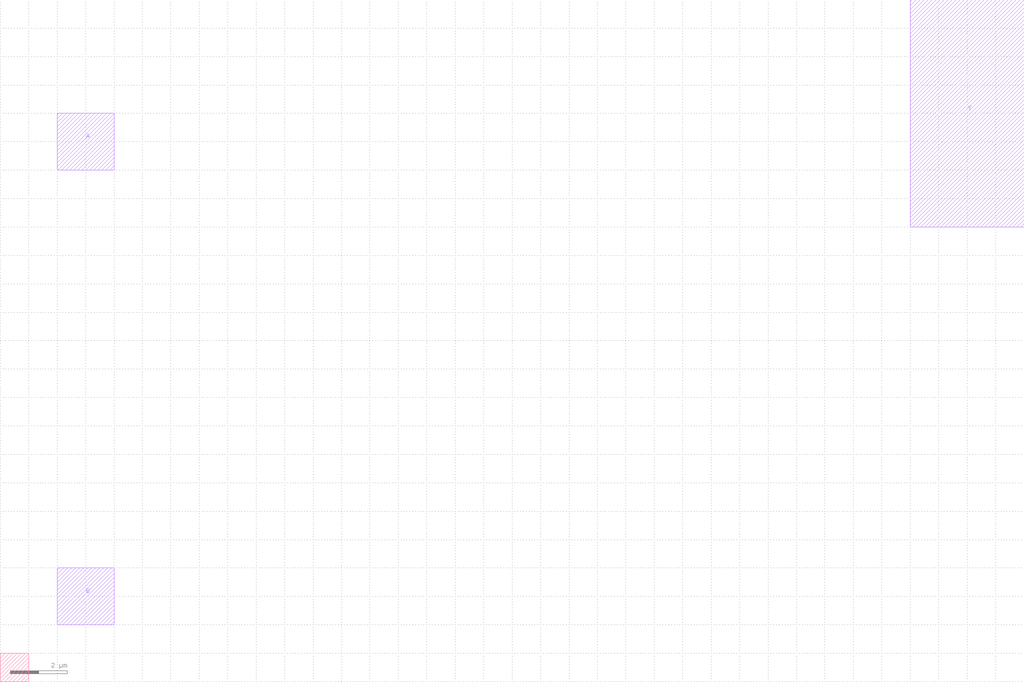
<source format=lef>
VERSION 5.6 ;
BUSBITCHARS "[]" ;
DIVIDERCHAR "/" ;

MACRO AND2_X1
  CLASS CORE ;
  FOREIGN AND2_X1 ;
  ORIGIN 0 0 ;
  SIZE 1.0 BY 1.0 ;
  SYMMETRY X Y R90 ;

  PIN A
    DIRECTION INPUT ;
    USE SIGNAL ;
    PORT
      LAYER M1 ;
      RECT 2 18 4 20 ;
    END
  END A

  PIN B
    DIRECTION INPUT ;
    USE SIGNAL ;
    PORT
      LAYER M1 ;
	  RECT 2 2 4 4 ;
    END
  END B

  PIN Y
    DIRECTION OUTPUT ;
    USE SIGNAL ;
    PORT
      LAYER M1 ;
	  RECT 16 8 18 12 ;
    END
  END Y

END AND2_X1

MACRO NOT_X1
  CLASS CORE ;
  FOREIGN NOT_X1 ;
  ORIGIN 0 0 ;
  SIZE 1.0 BY 1.0 ;
  SYMMETRY X Y R90 ;

  PIN A
    DIRECTION INPUT ;
    USE SIGNAL ;
    PORT
      LAYER M1 ;
      RECT 2 18 4 20 ;
    END
  END A

  PIN B
    DIRECTION INPUT ;
    USE SIGNAL ;
    PORT
      LAYER M1 ;
	  RECT 2 2 4 4 ;
    END
  END B

  PIN Y
    DIRECTION OUTPUT ;
    USE SIGNAL ;
    PORT
      LAYER M1 ;
	  RECT 16 8 18 12 ;
    END
  END Y

END NOT_X1

MACRO OR2_X1
  CLASS CORE ;
  FOREIGN OR2_X1 ;
  ORIGIN 0 0 ;
  SIZE 1.0 BY 1.0 ;
  SYMMETRY X Y R90 ;

  PIN A
    DIRECTION INPUT ;
    USE SIGNAL ;
    PORT
      LAYER M1 ;
      RECT 2 18 4 20 ;
    END
  END A

  PIN B
    DIRECTION INPUT ;
    USE SIGNAL ;
    PORT
      LAYER M1 ;
	  RECT 2 2 4 4 ;
    END
  END B

  PIN Y
    DIRECTION OUTPUT ;
    USE SIGNAL ;
    PORT
      LAYER M1 ;
	  RECT 32 16 36 24 ;
    END
  END Y

END OR2_X1

</source>
